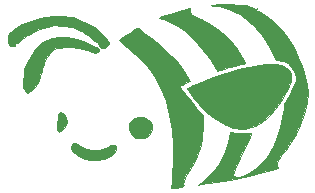
<source format=gbr>
%TF.GenerationSoftware,KiCad,Pcbnew,5.1.6-c6e7f7d~87~ubuntu18.04.1*%
%TF.CreationDate,2020-10-12T23:52:10-07:00*%
%TF.ProjectId,faceplate,66616365-706c-4617-9465-2e6b69636164,rev?*%
%TF.SameCoordinates,Original*%
%TF.FileFunction,Legend,Top*%
%TF.FilePolarity,Positive*%
%FSLAX46Y46*%
G04 Gerber Fmt 4.6, Leading zero omitted, Abs format (unit mm)*
G04 Created by KiCad (PCBNEW 5.1.6-c6e7f7d~87~ubuntu18.04.1) date 2020-10-12 23:52:10*
%MOMM*%
%LPD*%
G01*
G04 APERTURE LIST*
%ADD10C,0.010000*%
G04 APERTURE END LIST*
D10*
%TO.C,G\u002A\u002A\u002A*%
G36*
X132401052Y-133978695D02*
G01*
X132435698Y-134032904D01*
X132441248Y-134047336D01*
X132529095Y-134169069D01*
X132697073Y-134325603D01*
X132834242Y-134429936D01*
X133646641Y-135021014D01*
X134344808Y-135587172D01*
X134951553Y-136151307D01*
X135489685Y-136736313D01*
X135982012Y-137365086D01*
X136451345Y-138060522D01*
X136451666Y-138061030D01*
X136716851Y-138480632D01*
X136295854Y-138670515D01*
X136074419Y-138771668D01*
X135912965Y-138847827D01*
X135850212Y-138880320D01*
X135868711Y-138953166D01*
X135965573Y-139116297D01*
X136125272Y-139349311D01*
X136332283Y-139631807D01*
X136571081Y-139943383D01*
X136826141Y-140263638D01*
X137081938Y-140572169D01*
X137322946Y-140848576D01*
X137464063Y-141001083D01*
X137761714Y-141312737D01*
X137756223Y-142343654D01*
X137718312Y-143176358D01*
X137606626Y-143914695D01*
X137409975Y-144595255D01*
X137117168Y-145254625D01*
X136717018Y-145929395D01*
X136611741Y-146086067D01*
X136381718Y-146435288D01*
X136232667Y-146700389D01*
X136153160Y-146909180D01*
X136131766Y-147089473D01*
X136146223Y-147218786D01*
X136157174Y-147307801D01*
X136133004Y-147369256D01*
X136049108Y-147413486D01*
X135880880Y-147450826D01*
X135603713Y-147491612D01*
X135446931Y-147512517D01*
X135091575Y-147559514D01*
X135136340Y-147099900D01*
X135154159Y-146870676D01*
X135174664Y-146532224D01*
X135195955Y-146120387D01*
X135216135Y-145671009D01*
X135227959Y-145370286D01*
X135232940Y-143925363D01*
X135136297Y-142581484D01*
X134936326Y-141334419D01*
X134631321Y-140179937D01*
X134219577Y-139113807D01*
X133699388Y-138131797D01*
X133069050Y-137229678D01*
X132326855Y-136403218D01*
X131471099Y-135648186D01*
X131236441Y-135468019D01*
X130662026Y-135038957D01*
X130892063Y-134846913D01*
X131055583Y-134725538D01*
X131303815Y-134558922D01*
X131595656Y-134374185D01*
X131754571Y-134277834D01*
X132040933Y-134109353D01*
X132227948Y-134008770D01*
X132339895Y-133967933D01*
X132401052Y-133978695D01*
G37*
X132401052Y-133978695D02*
X132435698Y-134032904D01*
X132441248Y-134047336D01*
X132529095Y-134169069D01*
X132697073Y-134325603D01*
X132834242Y-134429936D01*
X133646641Y-135021014D01*
X134344808Y-135587172D01*
X134951553Y-136151307D01*
X135489685Y-136736313D01*
X135982012Y-137365086D01*
X136451345Y-138060522D01*
X136451666Y-138061030D01*
X136716851Y-138480632D01*
X136295854Y-138670515D01*
X136074419Y-138771668D01*
X135912965Y-138847827D01*
X135850212Y-138880320D01*
X135868711Y-138953166D01*
X135965573Y-139116297D01*
X136125272Y-139349311D01*
X136332283Y-139631807D01*
X136571081Y-139943383D01*
X136826141Y-140263638D01*
X137081938Y-140572169D01*
X137322946Y-140848576D01*
X137464063Y-141001083D01*
X137761714Y-141312737D01*
X137756223Y-142343654D01*
X137718312Y-143176358D01*
X137606626Y-143914695D01*
X137409975Y-144595255D01*
X137117168Y-145254625D01*
X136717018Y-145929395D01*
X136611741Y-146086067D01*
X136381718Y-146435288D01*
X136232667Y-146700389D01*
X136153160Y-146909180D01*
X136131766Y-147089473D01*
X136146223Y-147218786D01*
X136157174Y-147307801D01*
X136133004Y-147369256D01*
X136049108Y-147413486D01*
X135880880Y-147450826D01*
X135603713Y-147491612D01*
X135446931Y-147512517D01*
X135091575Y-147559514D01*
X135136340Y-147099900D01*
X135154159Y-146870676D01*
X135174664Y-146532224D01*
X135195955Y-146120387D01*
X135216135Y-145671009D01*
X135227959Y-145370286D01*
X135232940Y-143925363D01*
X135136297Y-142581484D01*
X134936326Y-141334419D01*
X134631321Y-140179937D01*
X134219577Y-139113807D01*
X133699388Y-138131797D01*
X133069050Y-137229678D01*
X132326855Y-136403218D01*
X131471099Y-135648186D01*
X131236441Y-135468019D01*
X130662026Y-135038957D01*
X130892063Y-134846913D01*
X131055583Y-134725538D01*
X131303815Y-134558922D01*
X131595656Y-134374185D01*
X131754571Y-134277834D01*
X132040933Y-134109353D01*
X132227948Y-134008770D01*
X132339895Y-133967933D01*
X132401052Y-133978695D01*
G36*
X140095254Y-131966059D02*
G01*
X140192857Y-131968956D01*
X140875296Y-132008825D01*
X141431027Y-132078415D01*
X141855518Y-132176816D01*
X142144237Y-132303114D01*
X142240545Y-132380930D01*
X142408758Y-132509300D01*
X142530831Y-132565850D01*
X142767920Y-132673536D01*
X143072124Y-132859844D01*
X143408330Y-133100360D01*
X143741425Y-133370671D01*
X143918560Y-133530727D01*
X144480321Y-134132544D01*
X145002966Y-134828710D01*
X145474573Y-135593519D01*
X145883220Y-136401265D01*
X146216987Y-137226242D01*
X146463950Y-138042745D01*
X146612189Y-138825068D01*
X146651714Y-139423990D01*
X146581550Y-140346449D01*
X146374832Y-141282409D01*
X146037224Y-142216372D01*
X145574389Y-143132839D01*
X144991989Y-144016312D01*
X144956327Y-144064000D01*
X144723071Y-144377178D01*
X144506040Y-144674430D01*
X144328757Y-144923165D01*
X144214748Y-145090790D01*
X144210976Y-145096701D01*
X144090880Y-145338504D01*
X144042992Y-145553039D01*
X144071619Y-145705421D01*
X144129857Y-145753446D01*
X144184917Y-145784910D01*
X144170088Y-145822525D01*
X144070651Y-145872301D01*
X143871886Y-145940248D01*
X143559076Y-146032376D01*
X143207299Y-146130138D01*
X142293951Y-146361907D01*
X141255078Y-146591984D01*
X140110284Y-146816514D01*
X138879171Y-147031638D01*
X137652857Y-147222995D01*
X137398857Y-147260433D01*
X137616571Y-147102453D01*
X137892657Y-146873200D01*
X138215456Y-146560689D01*
X138550967Y-146202291D01*
X138865193Y-145835381D01*
X139124135Y-145497332D01*
X139247127Y-145310055D01*
X139641958Y-144507226D01*
X139910581Y-143649907D01*
X139981727Y-143287544D01*
X140066438Y-142765088D01*
X140292933Y-142815830D01*
X140467438Y-142838692D01*
X140739053Y-142856205D01*
X141059768Y-142865656D01*
X141190746Y-142866572D01*
X141482736Y-142868223D01*
X141710522Y-142872654D01*
X141842165Y-142879081D01*
X141862032Y-142883058D01*
X141831260Y-142997451D01*
X141745654Y-143219775D01*
X141614965Y-143527982D01*
X141448948Y-143900023D01*
X141257354Y-144313850D01*
X141049938Y-144747414D01*
X140923968Y-145003789D01*
X140687656Y-145493025D01*
X140511074Y-145887644D01*
X140398149Y-146178164D01*
X140352811Y-146355100D01*
X140352722Y-146382646D01*
X140378183Y-146492678D01*
X140447314Y-146547072D01*
X140599612Y-146564591D01*
X140737143Y-146565282D01*
X141216973Y-146490579D01*
X141717138Y-146273419D01*
X142235831Y-145914791D01*
X142694827Y-145494506D01*
X142971993Y-145202286D01*
X143186403Y-144943392D01*
X143370006Y-144672213D01*
X143554748Y-144343140D01*
X143696843Y-144064000D01*
X144064292Y-143239071D01*
X144327638Y-142436231D01*
X144504244Y-141598117D01*
X144556511Y-141223589D01*
X144617760Y-140803629D01*
X144688830Y-140496090D01*
X144778126Y-140268258D01*
X144821999Y-140190223D01*
X144926968Y-140006623D01*
X145072617Y-139733530D01*
X145237146Y-139412460D01*
X145354300Y-139176446D01*
X145512400Y-138845863D01*
X145612737Y-138609729D01*
X145665236Y-138434100D01*
X145679820Y-138285031D01*
X145666414Y-138128577D01*
X145664523Y-138115366D01*
X145532347Y-137654827D01*
X145290215Y-137270660D01*
X144954383Y-136980354D01*
X144541108Y-136801399D01*
X144418051Y-136774387D01*
X144178998Y-136726140D01*
X144012347Y-136663850D01*
X143887318Y-136559457D01*
X143773130Y-136384898D01*
X143639005Y-136112114D01*
X143600493Y-136029052D01*
X143184896Y-135247103D01*
X142690043Y-134515887D01*
X142134711Y-133856645D01*
X141537677Y-133290620D01*
X140917717Y-132839055D01*
X140641456Y-132681551D01*
X140180330Y-132470892D01*
X139682126Y-132292463D01*
X139194247Y-132160478D01*
X138764098Y-132089149D01*
X138639106Y-132081231D01*
X138479543Y-132075078D01*
X138437061Y-132064538D01*
X138520300Y-132043037D01*
X138737904Y-132004000D01*
X138741429Y-132003388D01*
X138962670Y-131980320D01*
X139288775Y-131965776D01*
X139679663Y-131960705D01*
X140095254Y-131966059D01*
G37*
X140095254Y-131966059D02*
X140192857Y-131968956D01*
X140875296Y-132008825D01*
X141431027Y-132078415D01*
X141855518Y-132176816D01*
X142144237Y-132303114D01*
X142240545Y-132380930D01*
X142408758Y-132509300D01*
X142530831Y-132565850D01*
X142767920Y-132673536D01*
X143072124Y-132859844D01*
X143408330Y-133100360D01*
X143741425Y-133370671D01*
X143918560Y-133530727D01*
X144480321Y-134132544D01*
X145002966Y-134828710D01*
X145474573Y-135593519D01*
X145883220Y-136401265D01*
X146216987Y-137226242D01*
X146463950Y-138042745D01*
X146612189Y-138825068D01*
X146651714Y-139423990D01*
X146581550Y-140346449D01*
X146374832Y-141282409D01*
X146037224Y-142216372D01*
X145574389Y-143132839D01*
X144991989Y-144016312D01*
X144956327Y-144064000D01*
X144723071Y-144377178D01*
X144506040Y-144674430D01*
X144328757Y-144923165D01*
X144214748Y-145090790D01*
X144210976Y-145096701D01*
X144090880Y-145338504D01*
X144042992Y-145553039D01*
X144071619Y-145705421D01*
X144129857Y-145753446D01*
X144184917Y-145784910D01*
X144170088Y-145822525D01*
X144070651Y-145872301D01*
X143871886Y-145940248D01*
X143559076Y-146032376D01*
X143207299Y-146130138D01*
X142293951Y-146361907D01*
X141255078Y-146591984D01*
X140110284Y-146816514D01*
X138879171Y-147031638D01*
X137652857Y-147222995D01*
X137398857Y-147260433D01*
X137616571Y-147102453D01*
X137892657Y-146873200D01*
X138215456Y-146560689D01*
X138550967Y-146202291D01*
X138865193Y-145835381D01*
X139124135Y-145497332D01*
X139247127Y-145310055D01*
X139641958Y-144507226D01*
X139910581Y-143649907D01*
X139981727Y-143287544D01*
X140066438Y-142765088D01*
X140292933Y-142815830D01*
X140467438Y-142838692D01*
X140739053Y-142856205D01*
X141059768Y-142865656D01*
X141190746Y-142866572D01*
X141482736Y-142868223D01*
X141710522Y-142872654D01*
X141842165Y-142879081D01*
X141862032Y-142883058D01*
X141831260Y-142997451D01*
X141745654Y-143219775D01*
X141614965Y-143527982D01*
X141448948Y-143900023D01*
X141257354Y-144313850D01*
X141049938Y-144747414D01*
X140923968Y-145003789D01*
X140687656Y-145493025D01*
X140511074Y-145887644D01*
X140398149Y-146178164D01*
X140352811Y-146355100D01*
X140352722Y-146382646D01*
X140378183Y-146492678D01*
X140447314Y-146547072D01*
X140599612Y-146564591D01*
X140737143Y-146565282D01*
X141216973Y-146490579D01*
X141717138Y-146273419D01*
X142235831Y-145914791D01*
X142694827Y-145494506D01*
X142971993Y-145202286D01*
X143186403Y-144943392D01*
X143370006Y-144672213D01*
X143554748Y-144343140D01*
X143696843Y-144064000D01*
X144064292Y-143239071D01*
X144327638Y-142436231D01*
X144504244Y-141598117D01*
X144556511Y-141223589D01*
X144617760Y-140803629D01*
X144688830Y-140496090D01*
X144778126Y-140268258D01*
X144821999Y-140190223D01*
X144926968Y-140006623D01*
X145072617Y-139733530D01*
X145237146Y-139412460D01*
X145354300Y-139176446D01*
X145512400Y-138845863D01*
X145612737Y-138609729D01*
X145665236Y-138434100D01*
X145679820Y-138285031D01*
X145666414Y-138128577D01*
X145664523Y-138115366D01*
X145532347Y-137654827D01*
X145290215Y-137270660D01*
X144954383Y-136980354D01*
X144541108Y-136801399D01*
X144418051Y-136774387D01*
X144178998Y-136726140D01*
X144012347Y-136663850D01*
X143887318Y-136559457D01*
X143773130Y-136384898D01*
X143639005Y-136112114D01*
X143600493Y-136029052D01*
X143184896Y-135247103D01*
X142690043Y-134515887D01*
X142134711Y-133856645D01*
X141537677Y-133290620D01*
X140917717Y-132839055D01*
X140641456Y-132681551D01*
X140180330Y-132470892D01*
X139682126Y-132292463D01*
X139194247Y-132160478D01*
X138764098Y-132089149D01*
X138639106Y-132081231D01*
X138479543Y-132075078D01*
X138437061Y-132064538D01*
X138520300Y-132043037D01*
X138737904Y-132004000D01*
X138741429Y-132003388D01*
X138962670Y-131980320D01*
X139288775Y-131965776D01*
X139679663Y-131960705D01*
X140095254Y-131966059D01*
G36*
X126999152Y-143738944D02*
G01*
X127182655Y-143837232D01*
X127366974Y-143951867D01*
X127877133Y-144205543D01*
X128421080Y-144322751D01*
X128981038Y-144302699D01*
X129539234Y-144144593D01*
X129729494Y-144057206D01*
X130031162Y-143917087D01*
X130234458Y-143857645D01*
X130359732Y-143876066D01*
X130424236Y-143961079D01*
X130456815Y-144230957D01*
X130355073Y-144492767D01*
X130129706Y-144732394D01*
X129791411Y-144935724D01*
X129636903Y-145000003D01*
X129300504Y-145098118D01*
X128923462Y-145165473D01*
X128564879Y-145194251D01*
X128291143Y-145178014D01*
X127812049Y-145058376D01*
X127388032Y-144891513D01*
X127038797Y-144690077D01*
X126784048Y-144466719D01*
X126643492Y-144234091D01*
X126622000Y-144106356D01*
X126664985Y-143871252D01*
X126782134Y-143730013D01*
X126891631Y-143701143D01*
X126999152Y-143738944D01*
G37*
X126999152Y-143738944D02*
X127182655Y-143837232D01*
X127366974Y-143951867D01*
X127877133Y-144205543D01*
X128421080Y-144322751D01*
X128981038Y-144302699D01*
X129539234Y-144144593D01*
X129729494Y-144057206D01*
X130031162Y-143917087D01*
X130234458Y-143857645D01*
X130359732Y-143876066D01*
X130424236Y-143961079D01*
X130456815Y-144230957D01*
X130355073Y-144492767D01*
X130129706Y-144732394D01*
X129791411Y-144935724D01*
X129636903Y-145000003D01*
X129300504Y-145098118D01*
X128923462Y-145165473D01*
X128564879Y-145194251D01*
X128291143Y-145178014D01*
X127812049Y-145058376D01*
X127388032Y-144891513D01*
X127038797Y-144690077D01*
X126784048Y-144466719D01*
X126643492Y-144234091D01*
X126622000Y-144106356D01*
X126664985Y-143871252D01*
X126782134Y-143730013D01*
X126891631Y-143701143D01*
X126999152Y-143738944D01*
G36*
X132754286Y-141522975D02*
G01*
X133047125Y-141652717D01*
X133300002Y-141877316D01*
X133466413Y-142152293D01*
X133489732Y-142226367D01*
X133494061Y-142506381D01*
X133395364Y-142803374D01*
X133216839Y-143062671D01*
X133088268Y-143172635D01*
X132809533Y-143290588D01*
X132471266Y-143337147D01*
X132143704Y-143305920D01*
X132028571Y-143269051D01*
X131762401Y-143084057D01*
X131579340Y-142797564D01*
X131502042Y-142481552D01*
X131492069Y-142250104D01*
X131533630Y-142087881D01*
X131650224Y-141921697D01*
X131700525Y-141863339D01*
X132006233Y-141612964D01*
X132360575Y-141498888D01*
X132754286Y-141522975D01*
G37*
X132754286Y-141522975D02*
X133047125Y-141652717D01*
X133300002Y-141877316D01*
X133466413Y-142152293D01*
X133489732Y-142226367D01*
X133494061Y-142506381D01*
X133395364Y-142803374D01*
X133216839Y-143062671D01*
X133088268Y-143172635D01*
X132809533Y-143290588D01*
X132471266Y-143337147D01*
X132143704Y-143305920D01*
X132028571Y-143269051D01*
X131762401Y-143084057D01*
X131579340Y-142797564D01*
X131502042Y-142481552D01*
X131492069Y-142250104D01*
X131533630Y-142087881D01*
X131650224Y-141921697D01*
X131700525Y-141863339D01*
X132006233Y-141612964D01*
X132360575Y-141498888D01*
X132754286Y-141522975D01*
G36*
X125894196Y-141149941D02*
G01*
X126052767Y-141295316D01*
X126212656Y-141571404D01*
X126260910Y-141885472D01*
X126204170Y-142197902D01*
X126049078Y-142469078D01*
X125826090Y-142647629D01*
X125654533Y-142731283D01*
X125564922Y-142749769D01*
X125511858Y-142707560D01*
X125494169Y-142680331D01*
X125458905Y-142539910D01*
X125446807Y-142303411D01*
X125456117Y-142017742D01*
X125485079Y-141729810D01*
X125531936Y-141486526D01*
X125539922Y-141458374D01*
X125638356Y-141215362D01*
X125752611Y-141113771D01*
X125894196Y-141149941D01*
G37*
X125894196Y-141149941D02*
X126052767Y-141295316D01*
X126212656Y-141571404D01*
X126260910Y-141885472D01*
X126204170Y-142197902D01*
X126049078Y-142469078D01*
X125826090Y-142647629D01*
X125654533Y-142731283D01*
X125564922Y-142749769D01*
X125511858Y-142707560D01*
X125494169Y-142680331D01*
X125458905Y-142539910D01*
X125446807Y-142303411D01*
X125456117Y-142017742D01*
X125485079Y-141729810D01*
X125531936Y-141486526D01*
X125539922Y-141458374D01*
X125638356Y-141215362D01*
X125752611Y-141113771D01*
X125894196Y-141149941D01*
G36*
X143856420Y-137067482D02*
G01*
X144364620Y-137156761D01*
X144761921Y-137323878D01*
X145045233Y-137569023D01*
X145211468Y-137892381D01*
X145254266Y-138130728D01*
X145261423Y-138312556D01*
X145243672Y-138474251D01*
X145189834Y-138651796D01*
X145088732Y-138881175D01*
X144929188Y-139198371D01*
X144912704Y-139230284D01*
X144402317Y-140128628D01*
X143874335Y-140883873D01*
X143328985Y-141495816D01*
X142766491Y-141964255D01*
X142187080Y-142288985D01*
X141590975Y-142469804D01*
X141276281Y-142506789D01*
X140901006Y-142508223D01*
X140547950Y-142475739D01*
X140374286Y-142441285D01*
X139738100Y-142217437D01*
X139113500Y-141880559D01*
X138485042Y-141420960D01*
X137895175Y-140886341D01*
X137659167Y-140642897D01*
X137401408Y-140358616D01*
X137140342Y-140056126D01*
X136894414Y-139758056D01*
X136682067Y-139487036D01*
X136521746Y-139265694D01*
X136431894Y-139116660D01*
X136419143Y-139075390D01*
X136483103Y-139028699D01*
X136659477Y-138940998D01*
X136925003Y-138822841D01*
X137256420Y-138684781D01*
X137453286Y-138606184D01*
X138651296Y-138155867D01*
X139760029Y-137782070D01*
X140776396Y-137484982D01*
X141697307Y-137264791D01*
X142519674Y-137121685D01*
X143240408Y-137055852D01*
X143856420Y-137067482D01*
G37*
X143856420Y-137067482D02*
X144364620Y-137156761D01*
X144761921Y-137323878D01*
X145045233Y-137569023D01*
X145211468Y-137892381D01*
X145254266Y-138130728D01*
X145261423Y-138312556D01*
X145243672Y-138474251D01*
X145189834Y-138651796D01*
X145088732Y-138881175D01*
X144929188Y-139198371D01*
X144912704Y-139230284D01*
X144402317Y-140128628D01*
X143874335Y-140883873D01*
X143328985Y-141495816D01*
X142766491Y-141964255D01*
X142187080Y-142288985D01*
X141590975Y-142469804D01*
X141276281Y-142506789D01*
X140901006Y-142508223D01*
X140547950Y-142475739D01*
X140374286Y-142441285D01*
X139738100Y-142217437D01*
X139113500Y-141880559D01*
X138485042Y-141420960D01*
X137895175Y-140886341D01*
X137659167Y-140642897D01*
X137401408Y-140358616D01*
X137140342Y-140056126D01*
X136894414Y-139758056D01*
X136682067Y-139487036D01*
X136521746Y-139265694D01*
X136431894Y-139116660D01*
X136419143Y-139075390D01*
X136483103Y-139028699D01*
X136659477Y-138940998D01*
X136925003Y-138822841D01*
X137256420Y-138684781D01*
X137453286Y-138606184D01*
X138651296Y-138155867D01*
X139760029Y-137782070D01*
X140776396Y-137484982D01*
X141697307Y-137264791D01*
X142519674Y-137121685D01*
X143240408Y-137055852D01*
X143856420Y-137067482D01*
G36*
X126765838Y-134828759D02*
G01*
X127371185Y-135005243D01*
X128044593Y-135280605D01*
X128109714Y-135310458D01*
X128478685Y-135482275D01*
X128734190Y-135606781D01*
X128895091Y-135696292D01*
X128980248Y-135763127D01*
X129008525Y-135819605D01*
X128998782Y-135878045D01*
X128994891Y-135888568D01*
X128875306Y-136013425D01*
X128661854Y-136060172D01*
X128385081Y-136025453D01*
X128224188Y-135973275D01*
X127669588Y-135777532D01*
X127181354Y-135657389D01*
X126707934Y-135603818D01*
X126197775Y-135607795D01*
X126151844Y-135610449D01*
X125695110Y-135652003D01*
X125354887Y-135719245D01*
X125103412Y-135822027D01*
X124912918Y-135970202D01*
X124816971Y-136084143D01*
X124576811Y-136419956D01*
X124419252Y-136670108D01*
X124331381Y-136858222D01*
X124300284Y-137007923D01*
X124299714Y-137030416D01*
X124276273Y-137194203D01*
X124227143Y-137278572D01*
X124179377Y-137374377D01*
X124155004Y-137552733D01*
X124154217Y-137591283D01*
X124118269Y-137804260D01*
X124022111Y-138078034D01*
X123882587Y-138382960D01*
X123716544Y-138689392D01*
X123540824Y-138967682D01*
X123372273Y-139188186D01*
X123227736Y-139321257D01*
X123156714Y-139346855D01*
X123072412Y-139392699D01*
X123066000Y-139419429D01*
X123023236Y-139492323D01*
X122917921Y-139471292D01*
X122784520Y-139370364D01*
X122700565Y-139270665D01*
X122620008Y-139139290D01*
X122577611Y-139001711D01*
X122566736Y-138813654D01*
X122580749Y-138530844D01*
X122583636Y-138490523D01*
X122627380Y-137989445D01*
X122678190Y-137577886D01*
X122733501Y-137271274D01*
X122790747Y-137085037D01*
X122825198Y-137037338D01*
X122893849Y-136951780D01*
X123002400Y-136772559D01*
X123128350Y-136537057D01*
X123138671Y-136516572D01*
X123467743Y-135956326D01*
X123848303Y-135478842D01*
X124009762Y-135346993D01*
X124260252Y-135192351D01*
X124551820Y-135040095D01*
X124836512Y-134915405D01*
X125053107Y-134846243D01*
X125637305Y-134753892D01*
X126198047Y-134746520D01*
X126765838Y-134828759D01*
G37*
X126765838Y-134828759D02*
X127371185Y-135005243D01*
X128044593Y-135280605D01*
X128109714Y-135310458D01*
X128478685Y-135482275D01*
X128734190Y-135606781D01*
X128895091Y-135696292D01*
X128980248Y-135763127D01*
X129008525Y-135819605D01*
X128998782Y-135878045D01*
X128994891Y-135888568D01*
X128875306Y-136013425D01*
X128661854Y-136060172D01*
X128385081Y-136025453D01*
X128224188Y-135973275D01*
X127669588Y-135777532D01*
X127181354Y-135657389D01*
X126707934Y-135603818D01*
X126197775Y-135607795D01*
X126151844Y-135610449D01*
X125695110Y-135652003D01*
X125354887Y-135719245D01*
X125103412Y-135822027D01*
X124912918Y-135970202D01*
X124816971Y-136084143D01*
X124576811Y-136419956D01*
X124419252Y-136670108D01*
X124331381Y-136858222D01*
X124300284Y-137007923D01*
X124299714Y-137030416D01*
X124276273Y-137194203D01*
X124227143Y-137278572D01*
X124179377Y-137374377D01*
X124155004Y-137552733D01*
X124154217Y-137591283D01*
X124118269Y-137804260D01*
X124022111Y-138078034D01*
X123882587Y-138382960D01*
X123716544Y-138689392D01*
X123540824Y-138967682D01*
X123372273Y-139188186D01*
X123227736Y-139321257D01*
X123156714Y-139346855D01*
X123072412Y-139392699D01*
X123066000Y-139419429D01*
X123023236Y-139492323D01*
X122917921Y-139471292D01*
X122784520Y-139370364D01*
X122700565Y-139270665D01*
X122620008Y-139139290D01*
X122577611Y-139001711D01*
X122566736Y-138813654D01*
X122580749Y-138530844D01*
X122583636Y-138490523D01*
X122627380Y-137989445D01*
X122678190Y-137577886D01*
X122733501Y-137271274D01*
X122790747Y-137085037D01*
X122825198Y-137037338D01*
X122893849Y-136951780D01*
X123002400Y-136772559D01*
X123128350Y-136537057D01*
X123138671Y-136516572D01*
X123467743Y-135956326D01*
X123848303Y-135478842D01*
X124009762Y-135346993D01*
X124260252Y-135192351D01*
X124551820Y-135040095D01*
X124836512Y-134915405D01*
X125053107Y-134846243D01*
X125637305Y-134753892D01*
X126198047Y-134746520D01*
X126765838Y-134828759D01*
G36*
X136738531Y-132358129D02*
G01*
X136694117Y-132450120D01*
X136673294Y-132607445D01*
X136785651Y-132783931D01*
X137021865Y-132971197D01*
X137372611Y-133160862D01*
X137588738Y-133254264D01*
X138426867Y-133668338D01*
X139211715Y-134207669D01*
X139927273Y-134857241D01*
X140557534Y-135602036D01*
X141086489Y-136427038D01*
X141199990Y-136642018D01*
X141355364Y-136948893D01*
X141155111Y-136993314D01*
X141012715Y-137029886D01*
X140763680Y-137098777D01*
X140440457Y-137190833D01*
X140075498Y-137296898D01*
X139992028Y-137321440D01*
X139593319Y-137438834D01*
X139313082Y-137520039D01*
X139130464Y-137569544D01*
X139024613Y-137591838D01*
X138974674Y-137591408D01*
X138959794Y-137572743D01*
X138959143Y-137543762D01*
X138921193Y-137463185D01*
X138817502Y-137287046D01*
X138663302Y-137040234D01*
X138473829Y-136747641D01*
X138446545Y-136706243D01*
X138089502Y-136209811D01*
X137659688Y-135682384D01*
X137189355Y-135159057D01*
X136710757Y-134674927D01*
X136256145Y-134265087D01*
X136056286Y-134105333D01*
X135682781Y-133848383D01*
X135271179Y-133608835D01*
X134862091Y-133407285D01*
X134496132Y-133264328D01*
X134293045Y-133211169D01*
X134124967Y-133173486D01*
X134044354Y-133141335D01*
X134043680Y-133134701D01*
X134139258Y-133086446D01*
X134347077Y-133007861D01*
X134639527Y-132907454D01*
X134988997Y-132793729D01*
X135367878Y-132675195D01*
X135748560Y-132560357D01*
X136103433Y-132457723D01*
X136404886Y-132375798D01*
X136625311Y-132323089D01*
X136728186Y-132307612D01*
X136738531Y-132358129D01*
G37*
X136738531Y-132358129D02*
X136694117Y-132450120D01*
X136673294Y-132607445D01*
X136785651Y-132783931D01*
X137021865Y-132971197D01*
X137372611Y-133160862D01*
X137588738Y-133254264D01*
X138426867Y-133668338D01*
X139211715Y-134207669D01*
X139927273Y-134857241D01*
X140557534Y-135602036D01*
X141086489Y-136427038D01*
X141199990Y-136642018D01*
X141355364Y-136948893D01*
X141155111Y-136993314D01*
X141012715Y-137029886D01*
X140763680Y-137098777D01*
X140440457Y-137190833D01*
X140075498Y-137296898D01*
X139992028Y-137321440D01*
X139593319Y-137438834D01*
X139313082Y-137520039D01*
X139130464Y-137569544D01*
X139024613Y-137591838D01*
X138974674Y-137591408D01*
X138959794Y-137572743D01*
X138959143Y-137543762D01*
X138921193Y-137463185D01*
X138817502Y-137287046D01*
X138663302Y-137040234D01*
X138473829Y-136747641D01*
X138446545Y-136706243D01*
X138089502Y-136209811D01*
X137659688Y-135682384D01*
X137189355Y-135159057D01*
X136710757Y-134674927D01*
X136256145Y-134265087D01*
X136056286Y-134105333D01*
X135682781Y-133848383D01*
X135271179Y-133608835D01*
X134862091Y-133407285D01*
X134496132Y-133264328D01*
X134293045Y-133211169D01*
X134124967Y-133173486D01*
X134044354Y-133141335D01*
X134043680Y-133134701D01*
X134139258Y-133086446D01*
X134347077Y-133007861D01*
X134639527Y-132907454D01*
X134988997Y-132793729D01*
X135367878Y-132675195D01*
X135748560Y-132560357D01*
X136103433Y-132457723D01*
X136404886Y-132375798D01*
X136625311Y-132323089D01*
X136728186Y-132307612D01*
X136738531Y-132358129D01*
G36*
X126041428Y-132997039D02*
G01*
X126436229Y-133034645D01*
X126743664Y-133088445D01*
X127021484Y-133171804D01*
X127311428Y-133290922D01*
X127482962Y-133367183D01*
X127736978Y-133479822D01*
X128023200Y-133606549D01*
X128069765Y-133627147D01*
X128713320Y-133986172D01*
X129262041Y-134453888D01*
X129552400Y-134793628D01*
X129731304Y-135059132D01*
X129800820Y-135257515D01*
X129762710Y-135415002D01*
X129618732Y-135557816D01*
X129604368Y-135568202D01*
X129374169Y-135696625D01*
X129201519Y-135698714D01*
X129063723Y-135569076D01*
X128986365Y-135421376D01*
X128825898Y-135168443D01*
X128645827Y-135051420D01*
X128498518Y-134981311D01*
X128436296Y-134914448D01*
X128436286Y-134913811D01*
X128380791Y-134839634D01*
X128239253Y-134722078D01*
X128135144Y-134648768D01*
X127908757Y-134498748D01*
X127759030Y-134403269D01*
X127641956Y-134336206D01*
X127513530Y-134271437D01*
X127438428Y-134235174D01*
X127204681Y-134119886D01*
X126988015Y-134009117D01*
X126772600Y-133929083D01*
X126513620Y-133874712D01*
X126461872Y-133868968D01*
X126230691Y-133848248D01*
X125921013Y-133820135D01*
X125598866Y-133790623D01*
X125591047Y-133789903D01*
X125325005Y-133770352D01*
X125108340Y-133772578D01*
X124894710Y-133803294D01*
X124637774Y-133869212D01*
X124291194Y-133977045D01*
X124284762Y-133979117D01*
X123946393Y-134096318D01*
X123633369Y-134219196D01*
X123388505Y-134330217D01*
X123285011Y-134388493D01*
X123108671Y-134494325D01*
X122976445Y-134552975D01*
X122952605Y-134557143D01*
X122863648Y-134603341D01*
X122703076Y-134725165D01*
X122503722Y-134897458D01*
X122479594Y-134919554D01*
X122276126Y-135096404D01*
X122105509Y-135225584D01*
X122001517Y-135281774D01*
X121995571Y-135282411D01*
X121915208Y-135341319D01*
X121904857Y-135391715D01*
X121847244Y-135474724D01*
X121708499Y-135500273D01*
X121539767Y-135470651D01*
X121392189Y-135388147D01*
X121371819Y-135367857D01*
X121283415Y-135180982D01*
X121251714Y-134899637D01*
X121266712Y-134679228D01*
X121331431Y-134516969D01*
X121475458Y-134347578D01*
X121523338Y-134300333D01*
X121935022Y-133978543D01*
X122462107Y-133688060D01*
X123076729Y-133436923D01*
X123751024Y-133233168D01*
X124457127Y-133084833D01*
X125167173Y-132999957D01*
X125853299Y-132986577D01*
X126041428Y-132997039D01*
G37*
X126041428Y-132997039D02*
X126436229Y-133034645D01*
X126743664Y-133088445D01*
X127021484Y-133171804D01*
X127311428Y-133290922D01*
X127482962Y-133367183D01*
X127736978Y-133479822D01*
X128023200Y-133606549D01*
X128069765Y-133627147D01*
X128713320Y-133986172D01*
X129262041Y-134453888D01*
X129552400Y-134793628D01*
X129731304Y-135059132D01*
X129800820Y-135257515D01*
X129762710Y-135415002D01*
X129618732Y-135557816D01*
X129604368Y-135568202D01*
X129374169Y-135696625D01*
X129201519Y-135698714D01*
X129063723Y-135569076D01*
X128986365Y-135421376D01*
X128825898Y-135168443D01*
X128645827Y-135051420D01*
X128498518Y-134981311D01*
X128436296Y-134914448D01*
X128436286Y-134913811D01*
X128380791Y-134839634D01*
X128239253Y-134722078D01*
X128135144Y-134648768D01*
X127908757Y-134498748D01*
X127759030Y-134403269D01*
X127641956Y-134336206D01*
X127513530Y-134271437D01*
X127438428Y-134235174D01*
X127204681Y-134119886D01*
X126988015Y-134009117D01*
X126772600Y-133929083D01*
X126513620Y-133874712D01*
X126461872Y-133868968D01*
X126230691Y-133848248D01*
X125921013Y-133820135D01*
X125598866Y-133790623D01*
X125591047Y-133789903D01*
X125325005Y-133770352D01*
X125108340Y-133772578D01*
X124894710Y-133803294D01*
X124637774Y-133869212D01*
X124291194Y-133977045D01*
X124284762Y-133979117D01*
X123946393Y-134096318D01*
X123633369Y-134219196D01*
X123388505Y-134330217D01*
X123285011Y-134388493D01*
X123108671Y-134494325D01*
X122976445Y-134552975D01*
X122952605Y-134557143D01*
X122863648Y-134603341D01*
X122703076Y-134725165D01*
X122503722Y-134897458D01*
X122479594Y-134919554D01*
X122276126Y-135096404D01*
X122105509Y-135225584D01*
X122001517Y-135281774D01*
X121995571Y-135282411D01*
X121915208Y-135341319D01*
X121904857Y-135391715D01*
X121847244Y-135474724D01*
X121708499Y-135500273D01*
X121539767Y-135470651D01*
X121392189Y-135388147D01*
X121371819Y-135367857D01*
X121283415Y-135180982D01*
X121251714Y-134899637D01*
X121266712Y-134679228D01*
X121331431Y-134516969D01*
X121475458Y-134347578D01*
X121523338Y-134300333D01*
X121935022Y-133978543D01*
X122462107Y-133688060D01*
X123076729Y-133436923D01*
X123751024Y-133233168D01*
X124457127Y-133084833D01*
X125167173Y-132999957D01*
X125853299Y-132986577D01*
X126041428Y-132997039D01*
G36*
X142370000Y-132343715D02*
G01*
X142333714Y-132380000D01*
X142297428Y-132343715D01*
X142333714Y-132307429D01*
X142370000Y-132343715D01*
G37*
X142370000Y-132343715D02*
X142333714Y-132380000D01*
X142297428Y-132343715D01*
X142333714Y-132307429D01*
X142370000Y-132343715D01*
%TD*%
M02*

</source>
